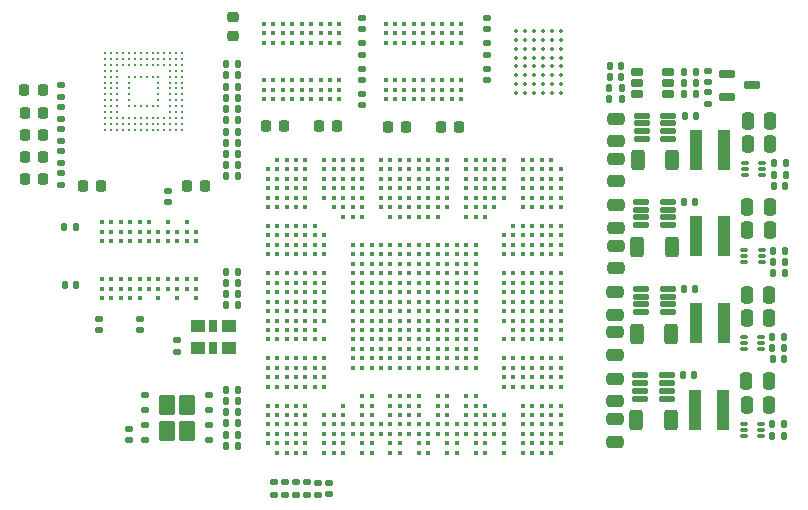
<source format=gtp>
G04 #@! TF.GenerationSoftware,KiCad,Pcbnew,9.0.0*
G04 #@! TF.CreationDate,2025-10-22T11:33:07+02:00*
G04 #@! TF.ProjectId,ecap5-bsom-frame,65636170-352d-4627-936f-6d2d6672616d,rev?*
G04 #@! TF.SameCoordinates,Original*
G04 #@! TF.FileFunction,Paste,Top*
G04 #@! TF.FilePolarity,Positive*
%FSLAX46Y46*%
G04 Gerber Fmt 4.6, Leading zero omitted, Abs format (unit mm)*
G04 Created by KiCad (PCBNEW 9.0.0) date 2025-10-22 11:33:07*
%MOMM*%
%LPD*%
G01*
G04 APERTURE LIST*
G04 Aperture macros list*
%AMRoundRect*
0 Rectangle with rounded corners*
0 $1 Rounding radius*
0 $2 $3 $4 $5 $6 $7 $8 $9 X,Y pos of 4 corners*
0 Add a 4 corners polygon primitive as box body*
4,1,4,$2,$3,$4,$5,$6,$7,$8,$9,$2,$3,0*
0 Add four circle primitives for the rounded corners*
1,1,$1+$1,$2,$3*
1,1,$1+$1,$4,$5*
1,1,$1+$1,$6,$7*
1,1,$1+$1,$8,$9*
0 Add four rect primitives between the rounded corners*
20,1,$1+$1,$2,$3,$4,$5,0*
20,1,$1+$1,$4,$5,$6,$7,0*
20,1,$1+$1,$6,$7,$8,$9,0*
20,1,$1+$1,$8,$9,$2,$3,0*%
G04 Aperture macros list end*
%ADD10RoundRect,0.150000X-0.400000X-0.150000X0.400000X-0.150000X0.400000X0.150000X-0.400000X0.150000X0*%
%ADD11RoundRect,0.135000X0.185000X-0.135000X0.185000X0.135000X-0.185000X0.135000X-0.185000X-0.135000X0*%
%ADD12RoundRect,0.140000X-0.140000X-0.170000X0.140000X-0.170000X0.140000X0.170000X-0.140000X0.170000X0*%
%ADD13RoundRect,0.140000X0.140000X0.170000X-0.140000X0.170000X-0.140000X-0.170000X0.140000X-0.170000X0*%
%ADD14RoundRect,0.140000X-0.170000X0.140000X-0.170000X-0.140000X0.170000X-0.140000X0.170000X0.140000X0*%
%ADD15RoundRect,0.250000X0.312500X0.625000X-0.312500X0.625000X-0.312500X-0.625000X0.312500X-0.625000X0*%
%ADD16RoundRect,0.250000X-0.250000X-0.475000X0.250000X-0.475000X0.250000X0.475000X-0.250000X0.475000X0*%
%ADD17RoundRect,0.125000X0.537500X0.125000X-0.537500X0.125000X-0.537500X-0.125000X0.537500X-0.125000X0*%
%ADD18RoundRect,0.250000X0.475000X-0.250000X0.475000X0.250000X-0.475000X0.250000X-0.475000X-0.250000X0*%
%ADD19RoundRect,0.218750X0.218750X0.256250X-0.218750X0.256250X-0.218750X-0.256250X0.218750X-0.256250X0*%
%ADD20RoundRect,0.135000X0.135000X0.185000X-0.135000X0.185000X-0.135000X-0.185000X0.135000X-0.185000X0*%
%ADD21RoundRect,0.250000X-0.475000X0.250000X-0.475000X-0.250000X0.475000X-0.250000X0.475000X0.250000X0*%
%ADD22RoundRect,0.140000X0.170000X-0.140000X0.170000X0.140000X-0.170000X0.140000X-0.170000X-0.140000X0*%
%ADD23R,0.980000X3.400000*%
%ADD24RoundRect,0.135000X-0.135000X-0.185000X0.135000X-0.185000X0.135000X0.185000X-0.135000X0.185000X0*%
%ADD25RoundRect,0.225000X0.225000X0.250000X-0.225000X0.250000X-0.225000X-0.250000X0.225000X-0.250000X0*%
%ADD26RoundRect,0.225000X-0.250000X0.225000X-0.250000X-0.225000X0.250000X-0.225000X0.250000X0.225000X0*%
%ADD27RoundRect,0.045000X-0.290000X-0.105000X0.290000X-0.105000X0.290000X0.105000X-0.290000X0.105000X0*%
%ADD28R,1.300000X1.000000*%
%ADD29R,0.700000X1.000000*%
%ADD30C,0.450000*%
%ADD31C,0.400000*%
%ADD32RoundRect,0.135000X-0.185000X0.135000X-0.185000X-0.135000X0.185000X-0.135000X0.185000X0.135000X0*%
%ADD33RoundRect,0.050000X-0.600000X-0.250000X0.600000X-0.250000X0.600000X0.250000X-0.600000X0.250000X0*%
%ADD34C,0.350000*%
%ADD35RoundRect,0.250000X0.435000X0.615000X-0.435000X0.615000X-0.435000X-0.615000X0.435000X-0.615000X0*%
%ADD36RoundRect,0.125000X0.250000X0.125000X-0.250000X0.125000X-0.250000X-0.125000X0.250000X-0.125000X0*%
%ADD37RoundRect,0.225000X-0.225000X-0.250000X0.225000X-0.250000X0.225000X0.250000X-0.225000X0.250000X0*%
%ADD38C,0.300000*%
%ADD39RoundRect,0.218750X-0.218750X-0.256250X0.218750X-0.256250X0.218750X0.256250X-0.218750X0.256250X0*%
G04 APERTURE END LIST*
D10*
X167410000Y-37520000D03*
X167410000Y-38470000D03*
X167410000Y-39420000D03*
X170010000Y-39420000D03*
X170010000Y-38470000D03*
X170010000Y-37520000D03*
D11*
X118655000Y-43350000D03*
X118655000Y-42330000D03*
D12*
X171350000Y-55895000D03*
X172310000Y-55895000D03*
D13*
X119895000Y-55570000D03*
X118935000Y-55570000D03*
D14*
X125310000Y-58445000D03*
X125310000Y-59405000D03*
D15*
X170347500Y-52345000D03*
X167422500Y-52345000D03*
D16*
X176655000Y-63725000D03*
X178555000Y-63725000D03*
D17*
X170072500Y-43170000D03*
X170072500Y-42520000D03*
X170072500Y-41870000D03*
X170072500Y-41220000D03*
X167797500Y-41220000D03*
X167797500Y-41870000D03*
X167797500Y-42520000D03*
X167797500Y-43170000D03*
D12*
X178950000Y-54525000D03*
X179910000Y-54525000D03*
D18*
X165660000Y-43370000D03*
X165660000Y-41470000D03*
D12*
X178880000Y-61865000D03*
X179840000Y-61865000D03*
D19*
X117115000Y-39054400D03*
X115540000Y-39054400D03*
D13*
X133590000Y-54451000D03*
X132630000Y-54451000D03*
D20*
X133595000Y-39720000D03*
X132575000Y-39720000D03*
X133610000Y-44470000D03*
X132590000Y-44470000D03*
D21*
X165580000Y-59570000D03*
X165580000Y-61470000D03*
D22*
X144160000Y-33930000D03*
X144160000Y-32970000D03*
D16*
X176785000Y-43645000D03*
X178685000Y-43645000D03*
D23*
X174770000Y-51445000D03*
X172400000Y-51445000D03*
D14*
X144160000Y-39395000D03*
X144160000Y-40355000D03*
D24*
X178970000Y-45270000D03*
X179990000Y-45270000D03*
D18*
X165542500Y-65425000D03*
X165542500Y-63525000D03*
D11*
X137585000Y-73305000D03*
X137585000Y-72285000D03*
D12*
X165105000Y-36995000D03*
X166065000Y-36995000D03*
D17*
X169992500Y-57845000D03*
X169992500Y-57195000D03*
X169992500Y-56545000D03*
X169992500Y-55895000D03*
X167717500Y-55895000D03*
X167717500Y-56545000D03*
X167717500Y-57195000D03*
X167717500Y-57845000D03*
D25*
X142040000Y-42095000D03*
X140490000Y-42095000D03*
D13*
X119885000Y-50620000D03*
X118925000Y-50620000D03*
D11*
X118655000Y-39630000D03*
X118655000Y-38610000D03*
D20*
X133595000Y-36870000D03*
X132575000Y-36870000D03*
D12*
X171305000Y-63220000D03*
X172265000Y-63220000D03*
D22*
X127685000Y-48545000D03*
X127685000Y-47585000D03*
D14*
X121835000Y-58410000D03*
X121835000Y-59370000D03*
D26*
X133160000Y-32895000D03*
X133160000Y-34445000D03*
D12*
X171430000Y-41220000D03*
X172390000Y-41220000D03*
D22*
X124435000Y-68700000D03*
X124435000Y-67740000D03*
D23*
X174735000Y-58815000D03*
X172365000Y-58815000D03*
D16*
X176760000Y-48970000D03*
X178660000Y-48970000D03*
D14*
X141360000Y-72310000D03*
X141360000Y-73270000D03*
D20*
X133615000Y-45420000D03*
X132595000Y-45420000D03*
D18*
X165610000Y-50720000D03*
X165610000Y-48820000D03*
D20*
X133595000Y-40670000D03*
X132575000Y-40670000D03*
D11*
X139485000Y-73305000D03*
X139485000Y-72285000D03*
D15*
X170280000Y-67025000D03*
X167355000Y-67025000D03*
D23*
X174795000Y-44095000D03*
X172425000Y-44095000D03*
D24*
X178840000Y-67350000D03*
X179860000Y-67350000D03*
D11*
X118655000Y-41490000D03*
X118655000Y-40470000D03*
D25*
X152340000Y-42145000D03*
X150790000Y-42145000D03*
D11*
X118655000Y-45210000D03*
X118655000Y-44190000D03*
D27*
X176430000Y-67335000D03*
X176430000Y-67835000D03*
X176430000Y-68335000D03*
X177910000Y-68335000D03*
X177910000Y-67835000D03*
X177910000Y-67335000D03*
D28*
X130230000Y-60915000D03*
D29*
X131530000Y-60915000D03*
D28*
X132830000Y-60915000D03*
X132830000Y-59015000D03*
D29*
X131530000Y-59015000D03*
D28*
X130230000Y-59015000D03*
D11*
X140435000Y-73315000D03*
X140435000Y-72295000D03*
D20*
X133620000Y-57245000D03*
X132600000Y-57245000D03*
X172395000Y-39410000D03*
X171375000Y-39410000D03*
D25*
X122035000Y-47145000D03*
X120485000Y-47145000D03*
D24*
X132600000Y-65370000D03*
X133620000Y-65370000D03*
D11*
X118660000Y-47070000D03*
X118660000Y-46050000D03*
D21*
X165542500Y-66925000D03*
X165542500Y-68825000D03*
D14*
X144160000Y-35101667D03*
X144160000Y-36061667D03*
D19*
X117140000Y-42840000D03*
X115565000Y-42840000D03*
D16*
X176710000Y-56380000D03*
X178610000Y-56380000D03*
D12*
X179000000Y-47170000D03*
X179960000Y-47170000D03*
D24*
X132600000Y-56305200D03*
X133620000Y-56305200D03*
D16*
X176710000Y-58340000D03*
X178610000Y-58340000D03*
D30*
X122085000Y-56671800D03*
X122085000Y-55871800D03*
X122085000Y-55071800D03*
X122085000Y-51871800D03*
X122085000Y-51071800D03*
X122085000Y-50271800D03*
X122885000Y-56671800D03*
X122885000Y-55871800D03*
X122885000Y-55071800D03*
X122885000Y-51871800D03*
X122885000Y-51071800D03*
X122885000Y-50271800D03*
X123685000Y-56671800D03*
X123685000Y-55871800D03*
X123685000Y-55071800D03*
X123685000Y-51871800D03*
X123685000Y-51071800D03*
X123685000Y-50271800D03*
X124485000Y-56671800D03*
X124485000Y-55871800D03*
X124485000Y-55071800D03*
X124485000Y-51871800D03*
X124485000Y-51071800D03*
X124485000Y-50271800D03*
X125285000Y-56671800D03*
X125285000Y-55871800D03*
X125285000Y-55071800D03*
X125285000Y-51871800D03*
X125285000Y-51071800D03*
X125285000Y-50271800D03*
X126085000Y-55871800D03*
X126085000Y-55071800D03*
X126085000Y-51871800D03*
X126085000Y-51071800D03*
X126085000Y-50271800D03*
X126885000Y-56671800D03*
X126885000Y-55871800D03*
X126885000Y-55071800D03*
X126885000Y-51871800D03*
X126885000Y-51071800D03*
X127685000Y-55871800D03*
X127685000Y-55071800D03*
X127685000Y-51871800D03*
X127685000Y-51071800D03*
X127685000Y-50271800D03*
X128485000Y-56671800D03*
X128485000Y-55871800D03*
X128485000Y-55071800D03*
X128485000Y-51871800D03*
X128485000Y-51071800D03*
X129285000Y-55871800D03*
X129285000Y-55071800D03*
X129285000Y-51871800D03*
X129285000Y-51071800D03*
X129285000Y-50271800D03*
X130085000Y-56671800D03*
X130085000Y-55871800D03*
X130085000Y-55071800D03*
X130085000Y-51871800D03*
X130085000Y-51071800D03*
D20*
X133620000Y-46370000D03*
X132600000Y-46370000D03*
D31*
X136935000Y-44971800D03*
X137735000Y-44971800D03*
X138535000Y-44971800D03*
X139335000Y-44971800D03*
X140935000Y-44971800D03*
X141735000Y-44971800D03*
X142535000Y-44971800D03*
X143335000Y-44971800D03*
X144135000Y-44971800D03*
X145735000Y-44971800D03*
X146535000Y-44971800D03*
X147335000Y-44971800D03*
X148135000Y-44971800D03*
X148935000Y-44971800D03*
X149735000Y-44971800D03*
X150535000Y-44971800D03*
X151335000Y-44971800D03*
X152935000Y-44971800D03*
X153735000Y-44971800D03*
X154535000Y-44971800D03*
X155335000Y-44971800D03*
X156135000Y-44971800D03*
X157735000Y-44971800D03*
X158535000Y-44971800D03*
X159335000Y-44971800D03*
X160135000Y-44971800D03*
X143335000Y-60971800D03*
X144135000Y-60971800D03*
X144935000Y-60971800D03*
X145735000Y-60971800D03*
X146535000Y-60971800D03*
X147335000Y-60971800D03*
X148135000Y-60971800D03*
X148935000Y-60971800D03*
X149735000Y-60971800D03*
X150535000Y-60971800D03*
X151335000Y-60971800D03*
X152135000Y-60971800D03*
X152935000Y-60971800D03*
X153735000Y-60971800D03*
X136135000Y-61771800D03*
X136935000Y-61771800D03*
X137735000Y-61771800D03*
X138535000Y-61771800D03*
X139335000Y-61771800D03*
X140135000Y-61771800D03*
X140935000Y-61771800D03*
X143335000Y-61771800D03*
X144135000Y-61771800D03*
X144935000Y-61771800D03*
X145735000Y-61771800D03*
X146535000Y-61771800D03*
X147335000Y-61771800D03*
X148135000Y-61771800D03*
X148935000Y-61771800D03*
X149735000Y-61771800D03*
X150535000Y-61771800D03*
X151335000Y-61771800D03*
X152135000Y-61771800D03*
X152935000Y-61771800D03*
X153735000Y-61771800D03*
X156135000Y-61771800D03*
X156935000Y-61771800D03*
X157735000Y-61771800D03*
X158535000Y-61771800D03*
X159335000Y-61771800D03*
X160135000Y-61771800D03*
X160935000Y-61771800D03*
X136135000Y-62571800D03*
X136935000Y-62571800D03*
X137735000Y-62571800D03*
X138535000Y-62571800D03*
X139335000Y-62571800D03*
X140135000Y-62571800D03*
X140935000Y-62571800D03*
X143335000Y-62571800D03*
X144135000Y-62571800D03*
X144935000Y-62571800D03*
X145735000Y-62571800D03*
X146535000Y-62571800D03*
X147335000Y-62571800D03*
X148135000Y-62571800D03*
X148935000Y-62571800D03*
X149735000Y-62571800D03*
X150535000Y-62571800D03*
X151335000Y-62571800D03*
X152135000Y-62571800D03*
X152935000Y-62571800D03*
X153735000Y-62571800D03*
X156135000Y-62571800D03*
X156935000Y-62571800D03*
X157735000Y-62571800D03*
X158535000Y-62571800D03*
X159335000Y-62571800D03*
X160135000Y-62571800D03*
X160935000Y-62571800D03*
X136135000Y-63371800D03*
X136935000Y-63371800D03*
X137735000Y-63371800D03*
X138535000Y-63371800D03*
X139335000Y-63371800D03*
X140135000Y-63371800D03*
X140935000Y-63371800D03*
X156135000Y-63371800D03*
X156935000Y-63371800D03*
X157735000Y-63371800D03*
X158535000Y-63371800D03*
X159335000Y-63371800D03*
X160135000Y-63371800D03*
X160935000Y-63371800D03*
X136135000Y-64171800D03*
X136935000Y-64171800D03*
X137735000Y-64171800D03*
X138535000Y-64171800D03*
X139335000Y-64171800D03*
X140135000Y-64171800D03*
X140935000Y-64171800D03*
X156135000Y-64171800D03*
X156935000Y-64171800D03*
X157735000Y-64171800D03*
X158535000Y-64171800D03*
X159335000Y-64171800D03*
X160135000Y-64171800D03*
X160935000Y-64171800D03*
X144135000Y-64971800D03*
X144935000Y-64971800D03*
X146535000Y-64971800D03*
X147335000Y-64971800D03*
X148135000Y-64971800D03*
X148935000Y-64971800D03*
X150535000Y-64971800D03*
X151335000Y-64971800D03*
X152935000Y-64971800D03*
X153735000Y-64971800D03*
X136135000Y-65771800D03*
X136935000Y-65771800D03*
X137735000Y-65771800D03*
X138535000Y-65771800D03*
X139335000Y-65771800D03*
X142535000Y-65771800D03*
X144135000Y-65771800D03*
X144935000Y-65771800D03*
X146535000Y-65771800D03*
X147335000Y-65771800D03*
X148135000Y-65771800D03*
X148935000Y-65771800D03*
X150535000Y-65771800D03*
X151335000Y-65771800D03*
X152935000Y-65771800D03*
X153735000Y-65771800D03*
X154535000Y-65771800D03*
X157735000Y-65771800D03*
X158535000Y-65771800D03*
X159335000Y-65771800D03*
X160135000Y-65771800D03*
X160935000Y-65771800D03*
X136135000Y-66571800D03*
X136935000Y-66571800D03*
X137735000Y-66571800D03*
X138535000Y-66571800D03*
X139335000Y-66571800D03*
X140935000Y-66571800D03*
X141735000Y-66571800D03*
X142535000Y-66571800D03*
X144135000Y-66571800D03*
X144935000Y-66571800D03*
X146535000Y-66571800D03*
X147335000Y-66571800D03*
X148135000Y-66571800D03*
X148935000Y-66571800D03*
X150535000Y-66571800D03*
X151335000Y-66571800D03*
X152935000Y-66571800D03*
X153735000Y-66571800D03*
X154535000Y-66571800D03*
X155335000Y-66571800D03*
X156135000Y-66571800D03*
X157735000Y-66571800D03*
X158535000Y-66571800D03*
X159335000Y-66571800D03*
X160135000Y-66571800D03*
X160935000Y-66571800D03*
X136135000Y-67371800D03*
X136935000Y-67371800D03*
X137735000Y-67371800D03*
X138535000Y-67371800D03*
X139335000Y-67371800D03*
X140935000Y-67371800D03*
X141735000Y-67371800D03*
X142535000Y-67371800D03*
X143335000Y-67371800D03*
X144135000Y-67371800D03*
X144935000Y-67371800D03*
X145735000Y-67371800D03*
X146535000Y-67371800D03*
X147335000Y-67371800D03*
X148135000Y-67371800D03*
X148935000Y-67371800D03*
X149735000Y-67371800D03*
X150535000Y-67371800D03*
X151335000Y-67371800D03*
X152135000Y-67371800D03*
X152935000Y-67371800D03*
X153735000Y-67371800D03*
X154535000Y-67371800D03*
X155335000Y-67371800D03*
X156135000Y-67371800D03*
X157735000Y-67371800D03*
X158535000Y-67371800D03*
X159335000Y-67371800D03*
X160135000Y-67371800D03*
X160935000Y-67371800D03*
X136135000Y-68171800D03*
X136935000Y-68171800D03*
X137735000Y-68171800D03*
X138535000Y-68171800D03*
X139335000Y-68171800D03*
X140935000Y-68171800D03*
X141735000Y-68171800D03*
X142535000Y-68171800D03*
X143335000Y-68171800D03*
X144135000Y-68171800D03*
X144935000Y-68171800D03*
X145735000Y-68171800D03*
X146535000Y-68171800D03*
X147335000Y-68171800D03*
X148135000Y-68171800D03*
X148935000Y-68171800D03*
X149735000Y-68171800D03*
X150535000Y-68171800D03*
X151335000Y-68171800D03*
X152135000Y-68171800D03*
X152935000Y-68171800D03*
X153735000Y-68171800D03*
X154535000Y-68171800D03*
X155335000Y-68171800D03*
X156135000Y-68171800D03*
X157735000Y-68171800D03*
X158535000Y-68171800D03*
X159335000Y-68171800D03*
X160135000Y-68171800D03*
X160935000Y-68171800D03*
X136135000Y-68971800D03*
X136935000Y-68971800D03*
X137735000Y-68971800D03*
X138535000Y-68971800D03*
X139335000Y-68971800D03*
X140935000Y-68971800D03*
X141735000Y-68971800D03*
X142535000Y-68971800D03*
X144135000Y-68971800D03*
X144935000Y-68971800D03*
X146535000Y-68971800D03*
X147335000Y-68971800D03*
X148935000Y-68971800D03*
X149735000Y-68971800D03*
X151335000Y-68971800D03*
X152135000Y-68971800D03*
X153735000Y-68971800D03*
X154535000Y-68971800D03*
X156135000Y-68971800D03*
X157735000Y-68971800D03*
X158535000Y-68971800D03*
X159335000Y-68971800D03*
X160135000Y-68971800D03*
X160935000Y-68971800D03*
X136935000Y-69771800D03*
X137735000Y-69771800D03*
X138535000Y-69771800D03*
X139335000Y-69771800D03*
X140935000Y-69771800D03*
X141735000Y-69771800D03*
X142535000Y-69771800D03*
X144135000Y-69771800D03*
X144935000Y-69771800D03*
X146535000Y-69771800D03*
X147335000Y-69771800D03*
X148935000Y-69771800D03*
X149735000Y-69771800D03*
X151335000Y-69771800D03*
X152135000Y-69771800D03*
X153735000Y-69771800D03*
X154535000Y-69771800D03*
X156135000Y-69771800D03*
X157735000Y-69771800D03*
X158535000Y-69771800D03*
X159335000Y-69771800D03*
X160135000Y-69771800D03*
X136135000Y-45771800D03*
X136935000Y-45771800D03*
X137735000Y-45771800D03*
X138535000Y-45771800D03*
X139335000Y-45771800D03*
X140935000Y-45771800D03*
X141735000Y-45771800D03*
X142535000Y-45771800D03*
X143335000Y-45771800D03*
X144135000Y-45771800D03*
X145735000Y-45771800D03*
X146535000Y-45771800D03*
X147335000Y-45771800D03*
X148135000Y-45771800D03*
X148935000Y-45771800D03*
X149735000Y-45771800D03*
X150535000Y-45771800D03*
X151335000Y-45771800D03*
X152935000Y-45771800D03*
X153735000Y-45771800D03*
X154535000Y-45771800D03*
X155335000Y-45771800D03*
X156135000Y-45771800D03*
X157735000Y-45771800D03*
X158535000Y-45771800D03*
X159335000Y-45771800D03*
X160135000Y-45771800D03*
X160935000Y-45771800D03*
X136135000Y-46571800D03*
X136935000Y-46571800D03*
X137735000Y-46571800D03*
X138535000Y-46571800D03*
X139335000Y-46571800D03*
X140935000Y-46571800D03*
X141735000Y-46571800D03*
X142535000Y-46571800D03*
X143335000Y-46571800D03*
X144135000Y-46571800D03*
X145735000Y-46571800D03*
X146535000Y-46571800D03*
X147335000Y-46571800D03*
X148135000Y-46571800D03*
X148935000Y-46571800D03*
X149735000Y-46571800D03*
X150535000Y-46571800D03*
X151335000Y-46571800D03*
X152935000Y-46571800D03*
X153735000Y-46571800D03*
X154535000Y-46571800D03*
X155335000Y-46571800D03*
X156135000Y-46571800D03*
X157735000Y-46571800D03*
X158535000Y-46571800D03*
X159335000Y-46571800D03*
X160135000Y-46571800D03*
X160935000Y-46571800D03*
X136135000Y-47371800D03*
X136935000Y-47371800D03*
X137735000Y-47371800D03*
X138535000Y-47371800D03*
X139335000Y-47371800D03*
X140935000Y-47371800D03*
X141735000Y-47371800D03*
X142535000Y-47371800D03*
X143335000Y-47371800D03*
X144135000Y-47371800D03*
X145735000Y-47371800D03*
X146535000Y-47371800D03*
X147335000Y-47371800D03*
X148135000Y-47371800D03*
X148935000Y-47371800D03*
X149735000Y-47371800D03*
X150535000Y-47371800D03*
X151335000Y-47371800D03*
X152935000Y-47371800D03*
X153735000Y-47371800D03*
X154535000Y-47371800D03*
X155335000Y-47371800D03*
X156135000Y-47371800D03*
X157735000Y-47371800D03*
X158535000Y-47371800D03*
X159335000Y-47371800D03*
X160135000Y-47371800D03*
X160935000Y-47371800D03*
X136135000Y-48171800D03*
X136935000Y-48171800D03*
X137735000Y-48171800D03*
X138535000Y-48171800D03*
X139335000Y-48171800D03*
X140935000Y-48171800D03*
X141735000Y-48171800D03*
X142535000Y-48171800D03*
X143335000Y-48171800D03*
X144135000Y-48171800D03*
X145735000Y-48171800D03*
X146535000Y-48171800D03*
X147335000Y-48171800D03*
X148135000Y-48171800D03*
X148935000Y-48171800D03*
X149735000Y-48171800D03*
X150535000Y-48171800D03*
X151335000Y-48171800D03*
X152935000Y-48171800D03*
X153735000Y-48171800D03*
X154535000Y-48171800D03*
X155335000Y-48171800D03*
X156135000Y-48171800D03*
X157735000Y-48171800D03*
X158535000Y-48171800D03*
X159335000Y-48171800D03*
X160135000Y-48171800D03*
X160935000Y-48171800D03*
X136135000Y-48971800D03*
X136935000Y-48971800D03*
X137735000Y-48971800D03*
X138535000Y-48971800D03*
X139335000Y-48971800D03*
X141735000Y-48971800D03*
X142535000Y-48971800D03*
X143335000Y-48971800D03*
X144135000Y-48971800D03*
X145735000Y-48971800D03*
X146535000Y-48971800D03*
X147335000Y-48971800D03*
X148135000Y-48971800D03*
X148935000Y-48971800D03*
X149735000Y-48971800D03*
X150535000Y-48971800D03*
X151335000Y-48971800D03*
X152935000Y-48971800D03*
X153735000Y-48971800D03*
X154535000Y-48971800D03*
X155335000Y-48971800D03*
X157735000Y-48971800D03*
X158535000Y-48971800D03*
X159335000Y-48971800D03*
X160135000Y-48971800D03*
X160935000Y-48971800D03*
X142535000Y-49771800D03*
X143335000Y-49771800D03*
X144135000Y-49771800D03*
X146535000Y-49771800D03*
X147335000Y-49771800D03*
X148135000Y-49771800D03*
X148935000Y-49771800D03*
X149735000Y-49771800D03*
X150535000Y-49771800D03*
X152935000Y-49771800D03*
X153735000Y-49771800D03*
X154535000Y-49771800D03*
X136135000Y-50571800D03*
X136935000Y-50571800D03*
X137735000Y-50571800D03*
X138535000Y-50571800D03*
X139335000Y-50571800D03*
X140135000Y-50571800D03*
X156935000Y-50571800D03*
X157735000Y-50571800D03*
X158535000Y-50571800D03*
X159335000Y-50571800D03*
X160135000Y-50571800D03*
X160935000Y-50571800D03*
X136135000Y-51371800D03*
X136935000Y-51371800D03*
X137735000Y-51371800D03*
X138535000Y-51371800D03*
X139335000Y-51371800D03*
X140135000Y-51371800D03*
X140935000Y-51371800D03*
X156135000Y-51371800D03*
X156935000Y-51371800D03*
X157735000Y-51371800D03*
X158535000Y-51371800D03*
X159335000Y-51371800D03*
X160135000Y-51371800D03*
X160935000Y-51371800D03*
X136135000Y-52171800D03*
X136935000Y-52171800D03*
X137735000Y-52171800D03*
X138535000Y-52171800D03*
X139335000Y-52171800D03*
X140135000Y-52171800D03*
X140935000Y-52171800D03*
X143335000Y-52171800D03*
X144135000Y-52171800D03*
X144935000Y-52171800D03*
X145735000Y-52171800D03*
X146535000Y-52171800D03*
X147335000Y-52171800D03*
X148135000Y-52171800D03*
X148935000Y-52171800D03*
X149735000Y-52171800D03*
X150535000Y-52171800D03*
X151335000Y-52171800D03*
X152135000Y-52171800D03*
X152935000Y-52171800D03*
X153735000Y-52171800D03*
X156135000Y-52171800D03*
X156935000Y-52171800D03*
X157735000Y-52171800D03*
X158535000Y-52171800D03*
X159335000Y-52171800D03*
X160135000Y-52171800D03*
X160935000Y-52171800D03*
X136135000Y-52971800D03*
X136935000Y-52971800D03*
X137735000Y-52971800D03*
X138535000Y-52971800D03*
X139335000Y-52971800D03*
X140135000Y-52971800D03*
X140935000Y-52971800D03*
X143335000Y-52971800D03*
X144135000Y-52971800D03*
X144935000Y-52971800D03*
X145735000Y-52971800D03*
X146535000Y-52971800D03*
X147335000Y-52971800D03*
X148135000Y-52971800D03*
X148935000Y-52971800D03*
X149735000Y-52971800D03*
X150535000Y-52971800D03*
X151335000Y-52971800D03*
X152135000Y-52971800D03*
X152935000Y-52971800D03*
X153735000Y-52971800D03*
X156135000Y-52971800D03*
X156935000Y-52971800D03*
X157735000Y-52971800D03*
X158535000Y-52971800D03*
X159335000Y-52971800D03*
X160135000Y-52971800D03*
X160935000Y-52971800D03*
X143335000Y-53771800D03*
X144135000Y-53771800D03*
X144935000Y-53771800D03*
X145735000Y-53771800D03*
X146535000Y-53771800D03*
X147335000Y-53771800D03*
X148135000Y-53771800D03*
X148935000Y-53771800D03*
X149735000Y-53771800D03*
X150535000Y-53771800D03*
X151335000Y-53771800D03*
X152135000Y-53771800D03*
X152935000Y-53771800D03*
X153735000Y-53771800D03*
X136135000Y-54571800D03*
X136935000Y-54571800D03*
X137735000Y-54571800D03*
X138535000Y-54571800D03*
X139335000Y-54571800D03*
X140135000Y-54571800D03*
X140935000Y-54571800D03*
X143335000Y-54571800D03*
X144135000Y-54571800D03*
X144935000Y-54571800D03*
X145735000Y-54571800D03*
X146535000Y-54571800D03*
X147335000Y-54571800D03*
X148135000Y-54571800D03*
X148935000Y-54571800D03*
X149735000Y-54571800D03*
X150535000Y-54571800D03*
X151335000Y-54571800D03*
X152135000Y-54571800D03*
X152935000Y-54571800D03*
X153735000Y-54571800D03*
X156135000Y-54571800D03*
X156935000Y-54571800D03*
X157735000Y-54571800D03*
X158535000Y-54571800D03*
X159335000Y-54571800D03*
X160135000Y-54571800D03*
X160935000Y-54571800D03*
X136135000Y-55371800D03*
X136935000Y-55371800D03*
X137735000Y-55371800D03*
X138535000Y-55371800D03*
X139335000Y-55371800D03*
X140135000Y-55371800D03*
X140935000Y-55371800D03*
X143335000Y-55371800D03*
X144135000Y-55371800D03*
X144935000Y-55371800D03*
X145735000Y-55371800D03*
X146535000Y-55371800D03*
X147335000Y-55371800D03*
X148135000Y-55371800D03*
X148935000Y-55371800D03*
X149735000Y-55371800D03*
X150535000Y-55371800D03*
X151335000Y-55371800D03*
X152135000Y-55371800D03*
X152935000Y-55371800D03*
X153735000Y-55371800D03*
X156135000Y-55371800D03*
X156935000Y-55371800D03*
X157735000Y-55371800D03*
X158535000Y-55371800D03*
X159335000Y-55371800D03*
X160135000Y-55371800D03*
X160935000Y-55371800D03*
X136135000Y-56171800D03*
X136935000Y-56171800D03*
X137735000Y-56171800D03*
X138535000Y-56171800D03*
X139335000Y-56171800D03*
X140135000Y-56171800D03*
X140935000Y-56171800D03*
X143335000Y-56171800D03*
X144135000Y-56171800D03*
X144935000Y-56171800D03*
X145735000Y-56171800D03*
X146535000Y-56171800D03*
X147335000Y-56171800D03*
X148135000Y-56171800D03*
X148935000Y-56171800D03*
X149735000Y-56171800D03*
X150535000Y-56171800D03*
X151335000Y-56171800D03*
X152135000Y-56171800D03*
X152935000Y-56171800D03*
X153735000Y-56171800D03*
X156135000Y-56171800D03*
X156935000Y-56171800D03*
X157735000Y-56171800D03*
X158535000Y-56171800D03*
X159335000Y-56171800D03*
X160135000Y-56171800D03*
X160935000Y-56171800D03*
X136135000Y-56971800D03*
X136935000Y-56971800D03*
X137735000Y-56971800D03*
X138535000Y-56971800D03*
X139335000Y-56971800D03*
X140135000Y-56971800D03*
X140935000Y-56971800D03*
X143335000Y-56971800D03*
X144135000Y-56971800D03*
X144935000Y-56971800D03*
X145735000Y-56971800D03*
X146535000Y-56971800D03*
X147335000Y-56971800D03*
X148135000Y-56971800D03*
X148935000Y-56971800D03*
X149735000Y-56971800D03*
X150535000Y-56971800D03*
X151335000Y-56971800D03*
X152135000Y-56971800D03*
X152935000Y-56971800D03*
X153735000Y-56971800D03*
X156135000Y-56971800D03*
X156935000Y-56971800D03*
X157735000Y-56971800D03*
X158535000Y-56971800D03*
X159335000Y-56971800D03*
X160135000Y-56971800D03*
X160935000Y-56971800D03*
X136135000Y-57771800D03*
X136935000Y-57771800D03*
X137735000Y-57771800D03*
X138535000Y-57771800D03*
X139335000Y-57771800D03*
X140135000Y-57771800D03*
X140935000Y-57771800D03*
X143335000Y-57771800D03*
X144135000Y-57771800D03*
X144935000Y-57771800D03*
X145735000Y-57771800D03*
X146535000Y-57771800D03*
X147335000Y-57771800D03*
X148135000Y-57771800D03*
X148935000Y-57771800D03*
X149735000Y-57771800D03*
X150535000Y-57771800D03*
X151335000Y-57771800D03*
X152135000Y-57771800D03*
X152935000Y-57771800D03*
X153735000Y-57771800D03*
X156135000Y-57771800D03*
X156935000Y-57771800D03*
X157735000Y-57771800D03*
X158535000Y-57771800D03*
X159335000Y-57771800D03*
X160135000Y-57771800D03*
X160935000Y-57771800D03*
X136135000Y-58571800D03*
X136935000Y-58571800D03*
X137735000Y-58571800D03*
X138535000Y-58571800D03*
X139335000Y-58571800D03*
X140135000Y-58571800D03*
X140935000Y-58571800D03*
X143335000Y-58571800D03*
X144135000Y-58571800D03*
X144935000Y-58571800D03*
X145735000Y-58571800D03*
X146535000Y-58571800D03*
X147335000Y-58571800D03*
X148135000Y-58571800D03*
X148935000Y-58571800D03*
X149735000Y-58571800D03*
X150535000Y-58571800D03*
X151335000Y-58571800D03*
X152135000Y-58571800D03*
X152935000Y-58571800D03*
X153735000Y-58571800D03*
X156135000Y-58571800D03*
X156935000Y-58571800D03*
X157735000Y-58571800D03*
X158535000Y-58571800D03*
X159335000Y-58571800D03*
X160135000Y-58571800D03*
X160935000Y-58571800D03*
X136135000Y-59371800D03*
X136935000Y-59371800D03*
X137735000Y-59371800D03*
X138535000Y-59371800D03*
X139335000Y-59371800D03*
X140135000Y-59371800D03*
X143335000Y-59371800D03*
X144135000Y-59371800D03*
X144935000Y-59371800D03*
X145735000Y-59371800D03*
X146535000Y-59371800D03*
X147335000Y-59371800D03*
X148135000Y-59371800D03*
X148935000Y-59371800D03*
X149735000Y-59371800D03*
X150535000Y-59371800D03*
X151335000Y-59371800D03*
X152135000Y-59371800D03*
X152935000Y-59371800D03*
X153735000Y-59371800D03*
X156935000Y-59371800D03*
X157735000Y-59371800D03*
X158535000Y-59371800D03*
X159335000Y-59371800D03*
X160135000Y-59371800D03*
X160935000Y-59371800D03*
X136135000Y-60171800D03*
X136935000Y-60171800D03*
X137735000Y-60171800D03*
X138535000Y-60171800D03*
X139335000Y-60171800D03*
X140135000Y-60171800D03*
X140935000Y-60171800D03*
X143335000Y-60171800D03*
X144135000Y-60171800D03*
X144935000Y-60171800D03*
X145735000Y-60171800D03*
X146535000Y-60171800D03*
X147335000Y-60171800D03*
X148135000Y-60171800D03*
X148935000Y-60171800D03*
X149735000Y-60171800D03*
X150535000Y-60171800D03*
X151335000Y-60171800D03*
X152135000Y-60171800D03*
X152935000Y-60171800D03*
X153735000Y-60171800D03*
X156135000Y-60171800D03*
X156935000Y-60171800D03*
X157735000Y-60171800D03*
X158535000Y-60171800D03*
X159335000Y-60171800D03*
X160135000Y-60171800D03*
X160935000Y-60171800D03*
D13*
X166065000Y-37920000D03*
X165105000Y-37920000D03*
D19*
X117142500Y-40980000D03*
X115567500Y-40980000D03*
D20*
X179990000Y-46220000D03*
X178970000Y-46220000D03*
X179885000Y-60940000D03*
X178865000Y-60940000D03*
D16*
X176760000Y-50945000D03*
X178660000Y-50945000D03*
D21*
X165610000Y-52220000D03*
X165610000Y-54120000D03*
D32*
X136635000Y-72285000D03*
X136635000Y-73305000D03*
D27*
X176455000Y-59965000D03*
X176455000Y-60465000D03*
X176455000Y-60965000D03*
X177935000Y-60965000D03*
X177935000Y-60465000D03*
X177935000Y-59965000D03*
D20*
X172395000Y-38470000D03*
X171375000Y-38470000D03*
D33*
X175010000Y-37720000D03*
X175010000Y-39620000D03*
X177110000Y-38670000D03*
D20*
X133600000Y-42570000D03*
X132580000Y-42570000D03*
X133595000Y-37820000D03*
X132575000Y-37820000D03*
D14*
X128435000Y-60260000D03*
X128435000Y-61220000D03*
D34*
X157185000Y-34059300D03*
X157935000Y-34059300D03*
X158685000Y-34059300D03*
X159435000Y-34059300D03*
X160185000Y-34059300D03*
X160935000Y-34059300D03*
X157185000Y-34809300D03*
X157935000Y-34809300D03*
X158685000Y-34809300D03*
X159435000Y-34809300D03*
X160185000Y-34809300D03*
X160935000Y-34809300D03*
X157185000Y-35559300D03*
X157935000Y-35559300D03*
X158685000Y-35559300D03*
X159435000Y-35559300D03*
X160185000Y-35559300D03*
X160935000Y-35559300D03*
X157185000Y-36309300D03*
X157935000Y-36309300D03*
X158685000Y-36309300D03*
X159435000Y-36309300D03*
X160185000Y-36309300D03*
X160935000Y-36309300D03*
X157185000Y-37059300D03*
X157935000Y-37059300D03*
X158685000Y-37059300D03*
X159435000Y-37059300D03*
X160185000Y-37059300D03*
X160935000Y-37059300D03*
X157185000Y-37809300D03*
X157935000Y-37809300D03*
X158685000Y-37809300D03*
X159435000Y-37809300D03*
X160185000Y-37809300D03*
X160935000Y-37809300D03*
X157185000Y-38559300D03*
X157935000Y-38559300D03*
X158685000Y-38559300D03*
X159435000Y-38559300D03*
X160185000Y-38559300D03*
X160935000Y-38559300D03*
X157185000Y-39309300D03*
X157935000Y-39309300D03*
X158685000Y-39309300D03*
X159435000Y-39309300D03*
X160185000Y-39309300D03*
X160935000Y-39309300D03*
D24*
X132600000Y-66320000D03*
X133620000Y-66320000D03*
D35*
X129310000Y-67885000D03*
X129310000Y-65735000D03*
X127610000Y-67885000D03*
X127610000Y-65735000D03*
D36*
X131160000Y-68715000D03*
X131160000Y-67445000D03*
X131160000Y-66175000D03*
X131160000Y-64905000D03*
X125760000Y-64905000D03*
X125760000Y-66175000D03*
X125760000Y-67445000D03*
X125760000Y-68715000D03*
D15*
X170317500Y-59695000D03*
X167392500Y-59695000D03*
D20*
X133600000Y-41620000D03*
X132580000Y-41620000D03*
D14*
X154685000Y-32960000D03*
X154685000Y-33920000D03*
X154685000Y-37243333D03*
X154685000Y-38203333D03*
D24*
X132600000Y-64420000D03*
X133620000Y-64420000D03*
X165075000Y-38850000D03*
X166095000Y-38850000D03*
D18*
X165580000Y-58070000D03*
X165580000Y-56170000D03*
D24*
X132600000Y-67275000D03*
X133620000Y-67275000D03*
X178865000Y-59990000D03*
X179885000Y-59990000D03*
D37*
X135990000Y-42120000D03*
X137540000Y-42120000D03*
D20*
X179860000Y-68350000D03*
X178840000Y-68350000D03*
D22*
X173410000Y-38375000D03*
X173410000Y-37415000D03*
D12*
X171380000Y-48545000D03*
X172340000Y-48545000D03*
D15*
X170397500Y-45020000D03*
X167472500Y-45020000D03*
D16*
X176785000Y-41670000D03*
X178685000Y-41670000D03*
D11*
X138535000Y-73305000D03*
X138535000Y-72285000D03*
D30*
X142215000Y-33445000D03*
X142215000Y-34245000D03*
X142215000Y-35045000D03*
X142215000Y-38245000D03*
X142215000Y-39045000D03*
X142215000Y-39845000D03*
X141415000Y-33445000D03*
X141415000Y-34245000D03*
X141415000Y-35045000D03*
X141415000Y-38245000D03*
X141415000Y-39045000D03*
X141415000Y-39845000D03*
X140615000Y-33445000D03*
X140615000Y-34245000D03*
X140615000Y-35045000D03*
X140615000Y-38245000D03*
X140615000Y-39045000D03*
X140615000Y-39845000D03*
X139815000Y-33445000D03*
X139815000Y-34245000D03*
X139815000Y-35045000D03*
X139815000Y-38245000D03*
X139815000Y-39045000D03*
X139815000Y-39845000D03*
X139015000Y-33445000D03*
X139015000Y-34245000D03*
X139015000Y-35045000D03*
X139015000Y-38245000D03*
X139015000Y-39045000D03*
X139015000Y-39845000D03*
X138215000Y-33445000D03*
X138215000Y-34245000D03*
X138215000Y-35045000D03*
X138215000Y-38245000D03*
X138215000Y-39045000D03*
X138215000Y-39845000D03*
X137415000Y-33445000D03*
X137415000Y-34245000D03*
X137415000Y-35045000D03*
X137415000Y-38245000D03*
X137415000Y-39045000D03*
X137415000Y-39845000D03*
X136615000Y-33445000D03*
X136615000Y-34245000D03*
X136615000Y-35045000D03*
X136615000Y-38245000D03*
X136615000Y-39045000D03*
X136615000Y-39845000D03*
X135815000Y-33445000D03*
X135815000Y-34245000D03*
X135815000Y-35045000D03*
X135815000Y-38245000D03*
X135815000Y-39045000D03*
X135815000Y-39845000D03*
D24*
X132575000Y-38770000D03*
X133595000Y-38770000D03*
D20*
X172395000Y-37520000D03*
X171375000Y-37520000D03*
D24*
X132600000Y-69175000D03*
X133620000Y-69175000D03*
D12*
X132630000Y-55365400D03*
X133590000Y-55365400D03*
D24*
X132600000Y-68225000D03*
X133620000Y-68225000D03*
D20*
X179940000Y-53600000D03*
X178920000Y-53600000D03*
D14*
X154685000Y-35101667D03*
X154685000Y-36061667D03*
D37*
X146290000Y-42145000D03*
X147840000Y-42145000D03*
D22*
X144160000Y-38196667D03*
X144160000Y-37236667D03*
D30*
X152515000Y-33445000D03*
X152515000Y-34245000D03*
X152515000Y-35045000D03*
X152515000Y-38245000D03*
X152515000Y-39045000D03*
X152515000Y-39845000D03*
X151715000Y-33445000D03*
X151715000Y-34245000D03*
X151715000Y-35045000D03*
X151715000Y-38245000D03*
X151715000Y-39045000D03*
X151715000Y-39845000D03*
X150915000Y-33445000D03*
X150915000Y-34245000D03*
X150915000Y-35045000D03*
X150915000Y-38245000D03*
X150915000Y-39045000D03*
X150915000Y-39845000D03*
X150115000Y-33445000D03*
X150115000Y-34245000D03*
X150115000Y-35045000D03*
X150115000Y-38245000D03*
X150115000Y-39045000D03*
X150115000Y-39845000D03*
X149315000Y-33445000D03*
X149315000Y-34245000D03*
X149315000Y-35045000D03*
X149315000Y-38245000D03*
X149315000Y-39045000D03*
X149315000Y-39845000D03*
X148515000Y-33445000D03*
X148515000Y-34245000D03*
X148515000Y-35045000D03*
X148515000Y-38245000D03*
X148515000Y-39045000D03*
X148515000Y-39845000D03*
X147715000Y-33445000D03*
X147715000Y-34245000D03*
X147715000Y-35045000D03*
X147715000Y-38245000D03*
X147715000Y-39045000D03*
X147715000Y-39845000D03*
X146915000Y-33445000D03*
X146915000Y-34245000D03*
X146915000Y-35045000D03*
X146915000Y-38245000D03*
X146915000Y-39045000D03*
X146915000Y-39845000D03*
X146115000Y-33445000D03*
X146115000Y-34245000D03*
X146115000Y-35045000D03*
X146115000Y-38245000D03*
X146115000Y-39045000D03*
X146115000Y-39845000D03*
D38*
X128885000Y-42420000D03*
X128385000Y-42420000D03*
X127885000Y-42420000D03*
X127385000Y-42420000D03*
X126885000Y-42420000D03*
X126385000Y-42420000D03*
X125885000Y-42420000D03*
X125385000Y-42420000D03*
X124885000Y-42420000D03*
X124385000Y-42420000D03*
X123885000Y-42420000D03*
X123385000Y-42420000D03*
X122885000Y-42420000D03*
X122385000Y-42420000D03*
X128885000Y-41920000D03*
X128385000Y-41920000D03*
X127885000Y-41920000D03*
X127385000Y-41920000D03*
X126885000Y-41920000D03*
X126385000Y-41920000D03*
X125885000Y-41920000D03*
X125385000Y-41920000D03*
X124885000Y-41920000D03*
X124385000Y-41920000D03*
X123885000Y-41920000D03*
X123385000Y-41920000D03*
X122885000Y-41920000D03*
X122385000Y-41920000D03*
X128885000Y-41420000D03*
X128385000Y-41420000D03*
X127885000Y-41420000D03*
X127385000Y-41420000D03*
X126885000Y-41420000D03*
X126385000Y-41420000D03*
X125885000Y-41420000D03*
X125385000Y-41420000D03*
X124885000Y-41420000D03*
X124385000Y-41420000D03*
X123885000Y-41420000D03*
X123385000Y-41420000D03*
X122885000Y-41420000D03*
X122385000Y-41420000D03*
X128885000Y-40920000D03*
X128385000Y-40920000D03*
X127885000Y-40920000D03*
X123385000Y-40920000D03*
X122885000Y-40920000D03*
X122385000Y-40920000D03*
X128885000Y-40420000D03*
X128385000Y-40420000D03*
X127885000Y-40420000D03*
X126885000Y-40420000D03*
X126385000Y-40420000D03*
X125885000Y-40420000D03*
X125385000Y-40420000D03*
X124885000Y-40420000D03*
X124385000Y-40420000D03*
X123385000Y-40420000D03*
X122885000Y-40420000D03*
X122385000Y-40420000D03*
X128885000Y-39920000D03*
X128385000Y-39920000D03*
X127885000Y-39920000D03*
X126885000Y-39920000D03*
X124385000Y-39920000D03*
X123385000Y-39920000D03*
X122885000Y-39920000D03*
X122385000Y-39920000D03*
X128885000Y-39420000D03*
X128385000Y-39420000D03*
X127885000Y-39420000D03*
X126885000Y-39420000D03*
X124385000Y-39420000D03*
X123385000Y-39420000D03*
X122885000Y-39420000D03*
X122385000Y-39420000D03*
X128885000Y-38920000D03*
X128385000Y-38920000D03*
X127885000Y-38920000D03*
X126885000Y-38920000D03*
X124385000Y-38920000D03*
X123385000Y-38920000D03*
X122885000Y-38920000D03*
X122385000Y-38920000D03*
X128885000Y-38420000D03*
X128385000Y-38420000D03*
X127885000Y-38420000D03*
X126885000Y-38420000D03*
X124385000Y-38420000D03*
X123385000Y-38420000D03*
X122885000Y-38420000D03*
X122385000Y-38420000D03*
X128885000Y-37920000D03*
X128385000Y-37920000D03*
X127885000Y-37920000D03*
X126885000Y-37920000D03*
X126385000Y-37920000D03*
X125885000Y-37920000D03*
X125385000Y-37920000D03*
X124885000Y-37920000D03*
X124385000Y-37920000D03*
X123385000Y-37920000D03*
X122885000Y-37920000D03*
X122385000Y-37920000D03*
X128885000Y-37420000D03*
X128385000Y-37420000D03*
X127885000Y-37420000D03*
X123385000Y-37420000D03*
X122885000Y-37420000D03*
X122385000Y-37420000D03*
X128885000Y-36920000D03*
X128385000Y-36920000D03*
X127885000Y-36920000D03*
X127385000Y-36920000D03*
X126885000Y-36920000D03*
X126385000Y-36920000D03*
X125885000Y-36920000D03*
X125385000Y-36920000D03*
X124885000Y-36920000D03*
X124385000Y-36920000D03*
X123885000Y-36920000D03*
X123385000Y-36920000D03*
X122885000Y-36920000D03*
X122385000Y-36920000D03*
X128885000Y-36420000D03*
X128385000Y-36420000D03*
X127885000Y-36420000D03*
X127385000Y-36420000D03*
X126885000Y-36420000D03*
X126385000Y-36420000D03*
X125885000Y-36420000D03*
X125385000Y-36420000D03*
X124885000Y-36420000D03*
X124385000Y-36420000D03*
X123885000Y-36420000D03*
X123385000Y-36420000D03*
X122885000Y-36420000D03*
X122385000Y-36420000D03*
X128885000Y-35920000D03*
X128385000Y-35920000D03*
X127885000Y-35920000D03*
X127385000Y-35920000D03*
X126885000Y-35920000D03*
X126385000Y-35920000D03*
X125885000Y-35920000D03*
X125385000Y-35920000D03*
X124885000Y-35920000D03*
X124385000Y-35920000D03*
X123885000Y-35920000D03*
X123385000Y-35920000D03*
X122885000Y-35920000D03*
X122385000Y-35920000D03*
D24*
X165075000Y-39790000D03*
X166095000Y-39790000D03*
D20*
X133595000Y-43520000D03*
X132575000Y-43520000D03*
D21*
X165660000Y-44870000D03*
X165660000Y-46770000D03*
D17*
X169955000Y-65175000D03*
X169955000Y-64525000D03*
X169955000Y-63875000D03*
X169955000Y-63225000D03*
X167680000Y-63225000D03*
X167680000Y-63875000D03*
X167680000Y-64525000D03*
X167680000Y-65175000D03*
D16*
X176680000Y-65700000D03*
X178580000Y-65700000D03*
D37*
X129310000Y-47145000D03*
X130860000Y-47145000D03*
D27*
X176505000Y-52620000D03*
X176505000Y-53120000D03*
X176505000Y-53620000D03*
X177985000Y-53620000D03*
X177985000Y-53120000D03*
X177985000Y-52620000D03*
D19*
X117140000Y-44690000D03*
X115565000Y-44690000D03*
D17*
X170022500Y-50495000D03*
X170022500Y-49845000D03*
X170022500Y-49195000D03*
X170022500Y-48545000D03*
X167747500Y-48545000D03*
X167747500Y-49195000D03*
X167747500Y-49845000D03*
X167747500Y-50495000D03*
D14*
X173410000Y-39245000D03*
X173410000Y-40205000D03*
D27*
X176530000Y-45270000D03*
X176530000Y-45770000D03*
X176530000Y-46270000D03*
X178010000Y-46270000D03*
X178010000Y-45770000D03*
X178010000Y-45270000D03*
D23*
X174690000Y-66150000D03*
X172320000Y-66150000D03*
D24*
X178920000Y-52650000D03*
X179940000Y-52650000D03*
D39*
X115567500Y-46560000D03*
X117142500Y-46560000D03*
M02*

</source>
